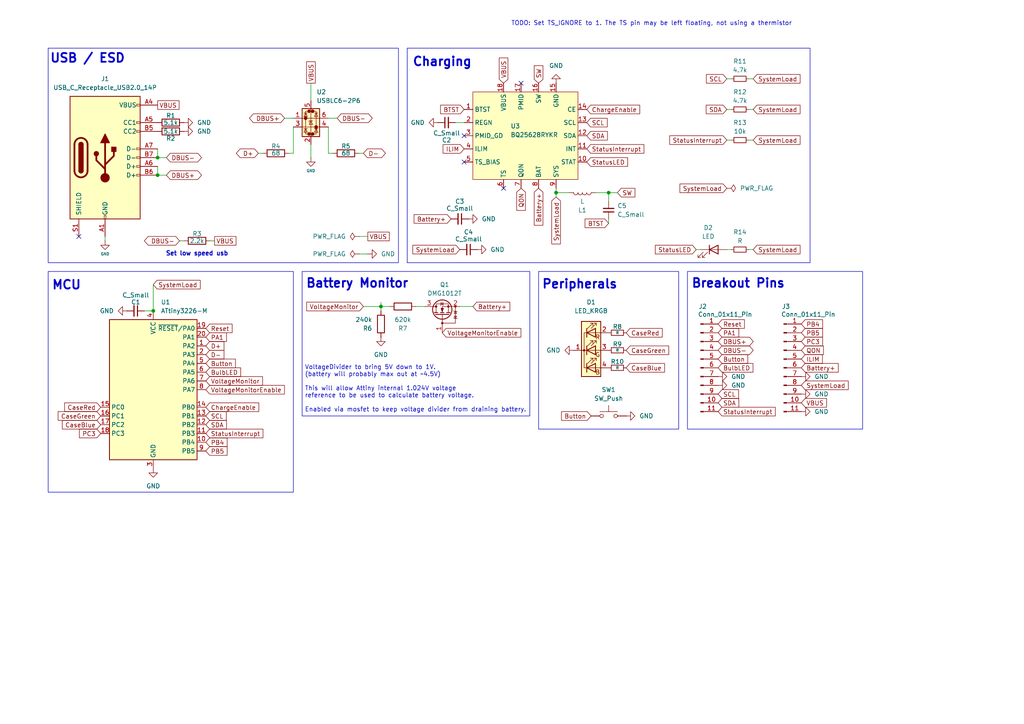
<source format=kicad_sch>
(kicad_sch (version 20231120) (generator "eeschema") (generator_version "8.0")
  (paper "A4")
  (lib_symbols
    (symbol "BatteryExperimentPCB:BQ25628RYKR"
      (property "Reference" "U" (at 16.764 -12.446 0))
      (property "Value" "BQ25628RYKR" (at 16.51 -9.144 0))
      (symbol "BQ25628RYKR_1_1"
        (rectangle (start 0 0) (end 30.48 -25.4) (fill (type background)))
        (pin passive line (at -2.54 -5.08 0) (length 2.54) (name "BTST") (number "1"))
        (pin passive line (at 33.02 -20.32 180) (length 2.54) (name "STAT") (number "10"))
        (pin passive line (at 33.02 -16.51 180) (length 2.54) (name "INT") (number "11"))
        (pin passive line (at 33.02 -12.7 180) (length 2.54) (name "SDA") (number "12"))
        (pin passive line (at 33.02 -8.89 180) (length 2.54) (name "SCL") (number "13"))
        (pin passive line (at 33.02 -5.08 180) (length 2.54) (name "CE") (number "14"))
        (pin passive line (at 24.13 2.54 270) (length 2.54) (name "GND") (number "15"))
        (pin passive line (at 19.05 2.54 270) (length 2.54) (name "SW") (number "16"))
        (pin passive line (at 13.97 2.54 270) (length 2.54) (name "PMID") (number "17"))
        (pin passive line (at 8.89 2.54 270) (length 2.54) (name "VBUS") (number "18"))
        (pin passive line (at -2.54 -8.89 0) (length 2.54) (name "REGN") (number "2"))
        (pin passive line (at -2.54 -12.7 0) (length 2.54) (name "PMID_GD") (number "3"))
        (pin passive line (at -2.54 -16.51 0) (length 2.54) (name "ILIM") (number "4"))
        (pin passive line (at -2.54 -20.32 0) (length 2.54) (name "TS_BIAS") (number "5"))
        (pin passive line (at 8.89 -27.94 90) (length 2.54) (name "TS") (number "6"))
        (pin passive line (at 13.97 -27.94 90) (length 2.54) (name "QON") (number "7"))
        (pin passive line (at 19.05 -27.94 90) (length 2.54) (name "BAT") (number "8"))
        (pin passive line (at 24.13 -27.94 90) (length 2.54) (name "SYS") (number "9"))
      )
    )
    (symbol "Connector:Conn_01x11_Pin" (pin_names (offset 1.016) hide)
      (property "Reference" "J" (at 0 15.24 0))
      (property "Value" "Conn_01x11_Pin" (at 0 -15.24 0))
      (symbol "Conn_01x11_Pin_1_1"
        (polyline (pts (xy 1.27 -12.7) (xy 0.8636 -12.7)) (stroke (width 0.1524)))
        (polyline (pts (xy 1.27 -10.16) (xy 0.8636 -10.16)) (stroke (width 0.1524)))
        (polyline (pts (xy 1.27 -7.62) (xy 0.8636 -7.62)) (stroke (width 0.1524)))
        (polyline (pts (xy 1.27 -5.08) (xy 0.8636 -5.08)) (stroke (width 0.1524)))
        (polyline (pts (xy 1.27 -2.54) (xy 0.8636 -2.54)) (stroke (width 0.1524)))
        (polyline (pts (xy 1.27 0) (xy 0.8636 0)) (stroke (width 0.1524)))
        (polyline (pts (xy 1.27 2.54) (xy 0.8636 2.54)) (stroke (width 0.1524)))
        (polyline (pts (xy 1.27 5.08) (xy 0.8636 5.08)) (stroke (width 0.1524)))
        (polyline (pts (xy 1.27 7.62) (xy 0.8636 7.62)) (stroke (width 0.1524)))
        (polyline (pts (xy 1.27 10.16) (xy 0.8636 10.16)) (stroke (width 0.1524)))
        (polyline (pts (xy 1.27 12.7) (xy 0.8636 12.7)) (stroke (width 0.1524)))
        (rectangle (start 0.8636 -12.573) (end 0 -12.827) (stroke (width 0.1524)) (fill (type outline)))
        (rectangle (start 0.8636 -10.033) (end 0 -10.287) (stroke (width 0.1524)) (fill (type outline)))
        (rectangle (start 0.8636 -7.493) (end 0 -7.747) (stroke (width 0.1524)) (fill (type outline)))
        (rectangle (start 0.8636 -4.953) (end 0 -5.207) (stroke (width 0.1524)) (fill (type outline)))
        (rectangle (start 0.8636 -2.413) (end 0 -2.667) (stroke (width 0.1524)) (fill (type outline)))
        (rectangle (start 0.8636 0.127) (end 0 -0.127) (stroke (width 0.1524)) (fill (type outline)))
        (rectangle (start 0.8636 2.667) (end 0 2.413) (stroke (width 0.1524)) (fill (type outline)))
        (rectangle (start 0.8636 5.207) (end 0 4.953) (stroke (width 0.1524)) (fill (type outline)))
        (rectangle (start 0.8636 7.747) (end 0 7.493) (stroke (width 0.1524)) (fill (type outline)))
        (rectangle (start 0.8636 10.287) (end 0 10.033) (stroke (width 0.1524)) (fill (type outline)))
        (rectangle (start 0.8636 12.827) (end 0 12.573) (stroke (width 0.1524)) (fill (type outline)))
        (pin passive line (at 5.08 12.7 180) (length 3.81) (name "Pin_1") (number "1"))
        (pin passive line (at 5.08 -10.16 180) (length 3.81) (name "Pin_10") (number "10"))
        (pin passive line (at 5.08 -12.7 180) (length 3.81) (name "Pin_11") (number "11"))
        (pin passive line (at 5.08 10.16 180) (length 3.81) (name "Pin_2") (number "2"))
        (pin passive line (at 5.08 7.62 180) (length 3.81) (name "Pin_3") (number "3"))
        (pin passive line (at 5.08 5.08 180) (length 3.81) (name "Pin_4") (number "4"))
        (pin passive line (at 5.08 2.54 180) (length 3.81) (name "Pin_5") (number "5"))
        (pin passive line (at 5.08 0 180) (length 3.81) (name "Pin_6") (number "6"))
        (pin passive line (at 5.08 -2.54 180) (length 3.81) (name "Pin_7") (number "7"))
        (pin passive line (at 5.08 -5.08 180) (length 3.81) (name "Pin_8") (number "8"))
        (pin passive line (at 5.08 -7.62 180) (length 3.81) (name "Pin_9") (number "9"))
      )
    )
    (symbol "Connector:USB_C_Receptacle_USB2.0_14P" (pin_names (offset 1.016))
      (property "Reference" "J" (at 0 22.225 0))
      (property "Value" "USB_C_Receptacle_USB2.0_14P" (at 0 19.685 0))
      (symbol "USB_C_Receptacle_USB2.0_14P_0_0"
        (rectangle (start -0.254 -17.78) (end 0.254 -16.764))
        (rectangle (start 10.16 -4.826) (end 9.144 -5.334))
        (rectangle (start 10.16 -2.286) (end 9.144 -2.794))
        (rectangle (start 10.16 0.254) (end 9.144 -0.254))
        (rectangle (start 10.16 2.794) (end 9.144 2.286))
        (rectangle (start 10.16 7.874) (end 9.144 7.366))
        (rectangle (start 10.16 10.414) (end 9.144 9.906))
        (rectangle (start 10.16 15.494) (end 9.144 14.986))
      )
      (symbol "USB_C_Receptacle_USB2.0_14P_0_1"
        (rectangle (start -10.16 17.78) (end 10.16 -17.78) (stroke (width 0.254)) (fill (type background)))
        (arc (start -8.89 -3.81) (mid -6.985 -5.7067) (end -5.08 -3.81) (stroke (width 0.508)))
        (arc (start -7.62 -3.81) (mid -6.985 -4.4423) (end -6.35 -3.81) (stroke (width 0.254)))
        (arc (start -7.62 -3.81) (mid -6.985 -4.4423) (end -6.35 -3.81) (stroke (width 0.254)) (fill (type outline)))
        (rectangle (start -7.62 -3.81) (end -6.35 3.81) (stroke (width 0.254)) (fill (type outline)))
        (arc (start -6.35 3.81) (mid -6.985 4.4423) (end -7.62 3.81) (stroke (width 0.254)))
        (arc (start -6.35 3.81) (mid -6.985 4.4423) (end -7.62 3.81) (stroke (width 0.254)) (fill (type outline)))
        (arc (start -5.08 3.81) (mid -6.985 5.7067) (end -8.89 3.81) (stroke (width 0.508)))
        (circle (center -2.54 1.143) (radius 0.635) (stroke (width 0.254)) (fill (type outline)))
        (circle (center 0 -5.842) (radius 1.27) (fill (type outline)))
        (polyline (pts (xy -8.89 -3.81) (xy -8.89 3.81)) (stroke (width 0.508)))
        (polyline (pts (xy -5.08 3.81) (xy -5.08 -3.81)) (stroke (width 0.508)))
        (polyline (pts (xy 0 -5.842) (xy 0 4.318)) (stroke (width 0.508)))
        (polyline (pts (xy 0 -3.302) (xy -2.54 -0.762) (xy -2.54 0.508)) (stroke (width 0.508)))
        (polyline (pts (xy 0 -2.032) (xy 2.54 0.508) (xy 2.54 1.778)) (stroke (width 0.508)))
        (polyline (pts (xy -1.27 4.318) (xy 0 6.858) (xy 1.27 4.318) (xy -1.27 4.318)) (stroke (width 0.254)) (fill (type outline)))
        (rectangle (start 1.905 1.778) (end 3.175 3.048) (stroke (width 0.254)) (fill (type outline)))
      )
      (symbol "USB_C_Receptacle_USB2.0_14P_1_1"
        (pin passive line (at 0 -22.86 90) (length 5.08) (name "GND") (number "A1"))
        (pin passive line (at 0 -22.86 90) (length 5.08) hide (name "GND") (number "A12"))
        (pin passive line (at 15.24 15.24 180) (length 5.08) (name "VBUS") (number "A4"))
        (pin bidirectional line (at 15.24 10.16 180) (length 5.08) (name "CC1") (number "A5"))
        (pin bidirectional line (at 15.24 -2.54 180) (length 5.08) (name "D+") (number "A6"))
        (pin bidirectional line (at 15.24 2.54 180) (length 5.08) (name "D-") (number "A7"))
        (pin passive line (at 15.24 15.24 180) (length 5.08) hide (name "VBUS") (number "A9"))
        (pin passive line (at 0 -22.86 90) (length 5.08) hide (name "GND") (number "B1"))
        (pin passive line (at 0 -22.86 90) (length 5.08) hide (name "GND") (number "B12"))
        (pin passive line (at 15.24 15.24 180) (length 5.08) hide (name "VBUS") (number "B4"))
        (pin bidirectional line (at 15.24 7.62 180) (length 5.08) (name "CC2") (number "B5"))
        (pin bidirectional line (at 15.24 -5.08 180) (length 5.08) (name "D+") (number "B6"))
        (pin bidirectional line (at 15.24 0 180) (length 5.08) (name "D-") (number "B7"))
        (pin passive line (at 15.24 15.24 180) (length 5.08) hide (name "VBUS") (number "B9"))
        (pin passive line (at -7.62 -22.86 90) (length 5.08) (name "SHIELD") (number "S1"))
      )
    )
    (symbol "Device:C_Small" (pin_numbers hide) (pin_names (offset 0.254) hide)
      (property "Reference" "C" (at 0.254 1.778 0))
      (property "Value" "C_Small" (at 0.254 -2.032 0))
      (symbol "C_Small_0_1"
        (polyline (pts (xy -1.524 -0.508) (xy 1.524 -0.508)) (stroke (width 0.3302)))
        (polyline (pts (xy -1.524 0.508) (xy 1.524 0.508)) (stroke (width 0.3048)))
      )
      (symbol "C_Small_1_1"
        (pin passive line (at 0 2.54 270) (length 2.032) (name "~") (number "1"))
        (pin passive line (at 0 -2.54 90) (length 2.032) (name "~") (number "2"))
      )
    )
    (symbol "Device:L" (pin_numbers hide) (pin_names (offset 1.016) hide)
      (property "Reference" "L" (at -1.27 0 90))
      (property "Value" "L" (at 1.905 0 90))
      (symbol "L_0_1"
        (arc (start 0 -2.54) (mid 0.6323 -1.905) (end 0 -1.27))
        (arc (start 0 -1.27) (mid 0.6323 -0.635) (end 0 0))
        (arc (start 0 0) (mid 0.6323 0.635) (end 0 1.27))
        (arc (start 0 1.27) (mid 0.6323 1.905) (end 0 2.54))
      )
      (symbol "L_1_1"
        (pin passive line (at 0 3.81 270) (length 1.27) (name "1") (number "1"))
        (pin passive line (at 0 -3.81 90) (length 1.27) (name "2") (number "2"))
      )
    )
    (symbol "Device:LED" (pin_numbers hide) (pin_names (offset 1.016) hide)
      (property "Reference" "D" (at 0 2.54 0))
      (property "Value" "LED" (at 0 -2.54 0))
      (symbol "LED_0_1"
        (polyline (pts (xy -1.27 -1.27) (xy -1.27 1.27)) (stroke (width 0.254)))
        (polyline (pts (xy -1.27 0) (xy 1.27 0)))
        (polyline (pts (xy 1.27 -1.27) (xy 1.27 1.27) (xy -1.27 0) (xy 1.27 -1.27)) (stroke (width 0.254)))
        (polyline (pts (xy -3.048 -0.762) (xy -4.572 -2.286) (xy -3.81 -2.286) (xy -4.572 -2.286) (xy -4.572 -1.524)))
        (polyline (pts (xy -1.778 -0.762) (xy -3.302 -2.286) (xy -2.54 -2.286) (xy -3.302 -2.286) (xy -3.302 -1.524)))
      )
      (symbol "LED_1_1"
        (pin passive line (at -3.81 0 0) (length 2.54) (name "K") (number "1"))
        (pin passive line (at 3.81 0 180) (length 2.54) (name "A") (number "2"))
      )
    )
    (symbol "Device:LED_KRGB" (pin_names (offset 0) hide)
      (property "Reference" "D" (at 0 9.398 0))
      (property "Value" "LED_KRGB" (at 0 -8.89 0))
      (symbol "LED_KRGB_0_0"
        (text "B" (at 1.905 -6.35 0) (effects (font (size 1.27 1.27))))
        (text "G" (at 1.905 -1.27 0) (effects (font (size 1.27 1.27))))
        (text "R" (at 1.905 3.81 0) (effects (font (size 1.27 1.27))))
      )
      (symbol "LED_KRGB_0_1"
        (circle (center -2.032 0) (radius 0.254) (fill (type outline)))
        (polyline (pts (xy -1.27 -5.08) (xy 1.27 -5.08)))
        (polyline (pts (xy -1.27 -3.81) (xy -1.27 -6.35)) (stroke (width 0.254)))
        (polyline (pts (xy -1.27 0) (xy -2.54 0)))
        (polyline (pts (xy -1.27 1.27) (xy -1.27 -1.27)) (stroke (width 0.254)))
        (polyline (pts (xy -1.27 5.08) (xy 1.27 5.08)))
        (polyline (pts (xy -1.27 6.35) (xy -1.27 3.81)) (stroke (width 0.254)))
        (polyline (pts (xy 1.27 -5.08) (xy 2.54 -5.08)))
        (polyline (pts (xy 1.27 0) (xy -1.27 0)))
        (polyline (pts (xy 1.27 0) (xy 2.54 0)))
        (polyline (pts (xy 1.27 5.08) (xy 2.54 5.08)))
        (polyline (pts (xy -1.27 1.27) (xy -1.27 -1.27) (xy -1.27 -1.27)))
        (polyline (pts (xy -1.27 6.35) (xy -1.27 3.81) (xy -1.27 3.81)))
        (polyline (pts (xy -1.27 5.08) (xy -2.032 5.08) (xy -2.032 -5.08) (xy -1.016 -5.08)))
        (polyline (pts (xy 1.27 -3.81) (xy 1.27 -6.35) (xy -1.27 -5.08) (xy 1.27 -3.81)) (stroke (width 0.254)))
        (polyline (pts (xy 1.27 1.27) (xy 1.27 -1.27) (xy -1.27 0) (xy 1.27 1.27)) (stroke (width 0.254)))
        (polyline (pts (xy 1.27 6.35) (xy 1.27 3.81) (xy -1.27 5.08) (xy 1.27 6.35)) (stroke (width 0.254)))
        (polyline (pts (xy -1.016 -3.81) (xy 0.508 -2.286) (xy -0.254 -2.286) (xy 0.508 -2.286) (xy 0.508 -3.048)))
        (polyline (pts (xy -1.016 1.27) (xy 0.508 2.794) (xy -0.254 2.794) (xy 0.508 2.794) (xy 0.508 2.032)))
        (polyline (pts (xy -1.016 6.35) (xy 0.508 7.874) (xy -0.254 7.874) (xy 0.508 7.874) (xy 0.508 7.112)))
        (polyline (pts (xy 0 -3.81) (xy 1.524 -2.286) (xy 0.762 -2.286) (xy 1.524 -2.286) (xy 1.524 -3.048)))
        (polyline (pts (xy 0 1.27) (xy 1.524 2.794) (xy 0.762 2.794) (xy 1.524 2.794) (xy 1.524 2.032)))
        (polyline (pts (xy 0 6.35) (xy 1.524 7.874) (xy 0.762 7.874) (xy 1.524 7.874) (xy 1.524 7.112)))
        (rectangle (start 1.27 -1.27) (end 1.27 1.27))
        (rectangle (start 1.27 1.27) (end 1.27 1.27))
        (rectangle (start 1.27 3.81) (end 1.27 6.35))
        (rectangle (start 1.27 6.35) (end 1.27 6.35))
        (rectangle (start 2.794 8.382) (end -2.794 -7.62) (stroke (width 0.254)) (fill (type background)))
      )
      (symbol "LED_KRGB_1_1"
        (pin passive line (at -5.08 0 0) (length 2.54) (name "K") (number "1"))
        (pin passive line (at 5.08 5.08 180) (length 2.54) (name "RA") (number "2"))
        (pin passive line (at 5.08 0 180) (length 2.54) (name "GA") (number "3"))
        (pin passive line (at 5.08 -5.08 180) (length 2.54) (name "BA") (number "4"))
      )
    )
    (symbol "Device:R" (pin_numbers hide) (pin_names (offset 0))
      (property "Reference" "R" (at 2.032 0 90))
      (property "Value" "R" (at 0 0 90))
      (symbol "R_0_1"
        (rectangle (start -1.016 -2.54) (end 1.016 2.54) (stroke (width 0.254)))
      )
      (symbol "R_1_1"
        (pin passive line (at 0 3.81 270) (length 1.27) (name "~") (number "1"))
        (pin passive line (at 0 -3.81 90) (length 1.27) (name "~") (number "2"))
      )
    )
    (symbol "Device:R_Small" (pin_numbers hide) (pin_names (offset 0.254) hide)
      (property "Reference" "R" (at 0.762 0.508 0))
      (property "Value" "R_Small" (at 0.762 -1.016 0))
      (symbol "R_Small_0_1"
        (rectangle (start -0.762 1.778) (end 0.762 -1.778) (stroke (width 0.2032)))
      )
      (symbol "R_Small_1_1"
        (pin passive line (at 0 2.54 270) (length 0.762) (name "~") (number "1"))
        (pin passive line (at 0 -2.54 90) (length 0.762) (name "~") (number "2"))
      )
    )
    (symbol "MCU_Microchip_ATtiny:ATtiny3226-M"
      (property "Reference" "U" (at -12.7 21.59 0))
      (property "Value" "ATtiny3226-M" (at 2.54 -21.59 0))
      (symbol "ATtiny3226-M_0_1"
        (rectangle (start -12.7 -20.32) (end 12.7 20.32) (stroke (width 0.254)) (fill (type background)))
      )
      (symbol "ATtiny3226-M_1_1"
        (pin bidirectional line (at 15.24 12.7 180) (length 2.54) (name "PA2") (number "1"))
        (pin bidirectional line (at 15.24 -15.24 180) (length 2.54) (name "PB4") (number "10"))
        (pin bidirectional line (at 15.24 -12.7 180) (length 2.54) (name "PB3") (number "11"))
        (pin bidirectional line (at 15.24 -10.16 180) (length 2.54) (name "PB2") (number "12"))
        (pin bidirectional line (at 15.24 -7.62 180) (length 2.54) (name "PB1") (number "13"))
        (pin bidirectional line (at 15.24 -5.08 180) (length 2.54) (name "PB0") (number "14"))
        (pin bidirectional line (at -15.24 -5.08 0) (length 2.54) (name "PC0") (number "15"))
        (pin bidirectional line (at -15.24 -7.62 0) (length 2.54) (name "PC1") (number "16"))
        (pin bidirectional line (at -15.24 -10.16 0) (length 2.54) (name "PC2") (number "17"))
        (pin bidirectional line (at -15.24 -12.7 0) (length 2.54) (name "PC3") (number "18"))
        (pin bidirectional line (at 15.24 17.78 180) (length 2.54) (name "~{RESET}/PA0") (number "19"))
        (pin bidirectional line (at 15.24 10.16 180) (length 2.54) (name "PA3") (number "2"))
        (pin bidirectional line (at 15.24 15.24 180) (length 2.54) (name "PA1") (number "20"))
        (pin passive line (at 0 -22.86 90) (length 2.54) hide (name "GND") (number "21"))
        (pin power_in line (at 0 -22.86 90) (length 2.54) (name "GND") (number "3"))
        (pin power_in line (at 0 22.86 270) (length 2.54) (name "VCC") (number "4"))
        (pin bidirectional line (at 15.24 7.62 180) (length 2.54) (name "PA4") (number "5"))
        (pin bidirectional line (at 15.24 5.08 180) (length 2.54) (name "PA5") (number "6"))
        (pin bidirectional line (at 15.24 2.54 180) (length 2.54) (name "PA6") (number "7"))
        (pin bidirectional line (at 15.24 0 180) (length 2.54) (name "PA7") (number "8"))
        (pin bidirectional line (at 15.24 -17.78 180) (length 2.54) (name "PB5") (number "9"))
      )
    )
    (symbol "Power_Protection:USBLC6-2P6" (pin_names hide)
      (property "Reference" "U" (at 0.635 5.715 0))
      (property "Value" "USBLC6-2P6" (at 0.635 3.81 0))
      (symbol "USBLC6-2P6_0_0"
        (circle (center -1.524 0) (radius 0.0001) (stroke (width 0.508)))
        (circle (center -0.508 -4.572) (radius 0.0001) (stroke (width 0.508)))
        (circle (center -0.508 2.032) (radius 0.0001) (stroke (width 0.508)))
        (circle (center 0.508 -4.572) (radius 0.0001) (stroke (width 0.508)))
        (circle (center 0.508 2.032) (radius 0.0001) (stroke (width 0.508)))
        (circle (center 1.524 -2.54) (radius 0.0001) (stroke (width 0.508)))
      )
      (symbol "USBLC6-2P6_0_1"
        (polyline (pts (xy -2.54 -2.54) (xy 2.54 -2.54)))
        (polyline (pts (xy -2.54 0) (xy 2.54 0)))
        (polyline (pts (xy -2.032 -3.048) (xy -1.016 -3.048)))
        (polyline (pts (xy -1.016 1.524) (xy -2.032 1.524)))
        (polyline (pts (xy 1.016 -3.048) (xy 2.032 -3.048)))
        (polyline (pts (xy 1.016 1.524) (xy 2.032 1.524)))
        (polyline (pts (xy -0.508 -1.143) (xy -0.508 -0.762) (xy 0.508 -0.762)))
        (polyline (pts (xy -2.032 0.508) (xy -1.016 0.508) (xy -1.524 1.524) (xy -2.032 0.508)))
        (polyline (pts (xy -1.016 -4.064) (xy -2.032 -4.064) (xy -1.524 -3.048) (xy -1.016 -4.064)))
        (polyline (pts (xy 0.508 -1.778) (xy -0.508 -1.778) (xy 0 -0.762) (xy 0.508 -1.778)))
        (polyline (pts (xy 2.032 -4.064) (xy 1.016 -4.064) (xy 1.524 -3.048) (xy 2.032 -4.064)))
        (polyline (pts (xy 2.032 0.508) (xy 1.016 0.508) (xy 1.524 1.524) (xy 2.032 0.508)))
        (polyline (pts (xy 0 2.54) (xy -0.508 2.032) (xy 0.508 2.032) (xy 0 1.524) (xy 0 -4.064) (xy -0.508 -4.572) (xy 0.508 -4.572) (xy 0 -5.08)))
      )
      (symbol "USBLC6-2P6_1_1"
        (rectangle (start -2.54 2.794) (end 2.54 -5.334) (stroke (width 0.254)) (fill (type background)))
        (polyline (pts (xy -0.508 2.032) (xy -1.524 2.032) (xy -1.524 -4.572) (xy -0.508 -4.572)))
        (polyline (pts (xy 0.508 -4.572) (xy 1.524 -4.572) (xy 1.524 2.032) (xy 0.508 2.032)))
        (pin passive line (at -5.08 0 0) (length 2.54) (name "I/O1") (number "1"))
        (pin passive line (at 0 -7.62 90) (length 2.54) (name "GND") (number "2"))
        (pin passive line (at -5.08 -2.54 0) (length 2.54) (name "I/O2") (number "3"))
        (pin passive line (at 5.08 -2.54 180) (length 2.54) (name "I/O2") (number "4"))
        (pin passive line (at 0 5.08 270) (length 2.54) (name "VBUS") (number "5"))
        (pin passive line (at 5.08 0 180) (length 2.54) (name "I/O1") (number "6"))
      )
    )
    (symbol "Switch:SW_Push" (pin_numbers hide) (pin_names (offset 1.016) hide)
      (property "Reference" "SW" (at 1.27 2.54 0))
      (property "Value" "SW_Push" (at 0 -1.524 0))
      (symbol "SW_Push_0_1"
        (circle (center -2.032 0) (radius 0.508))
        (polyline (pts (xy 0 1.27) (xy 0 3.048)))
        (polyline (pts (xy 2.54 1.27) (xy -2.54 1.27)))
        (circle (center 2.032 0) (radius 0.508))
        (pin passive line (at -5.08 0 0) (length 2.54) (name "1") (number "1"))
        (pin passive line (at 5.08 0 180) (length 2.54) (name "2") (number "2"))
      )
    )
    (symbol "Transistor_FET:DMG1012T" (pin_names (offset 0) hide)
      (property "Reference" "Q" (at 5.08 1.905 0))
      (property "Value" "DMG1012T" (at 5.08 0 0))
      (symbol "DMG1012T_0_1"
        (polyline (pts (xy 2.54 -3.81) (xy -2.286 -3.81) (xy -2.286 0)))
      )
      (symbol "DMG1012T_1_1"
        (circle (center -2.286 0) (radius 0.254) (fill (type outline)))
        (polyline (pts (xy 0.254 0) (xy -2.54 0)))
        (polyline (pts (xy 0.254 1.905) (xy 0.254 -1.905)) (stroke (width 0.254)))
        (polyline (pts (xy 0.762 -1.27) (xy 0.762 -2.286)) (stroke (width 0.254)))
        (polyline (pts (xy 0.762 0.508) (xy 0.762 -0.508)) (stroke (width 0.254)))
        (polyline (pts (xy 0.762 2.286) (xy 0.762 1.27)) (stroke (width 0.254)))
        (polyline (pts (xy 2.54 2.54) (xy 2.54 1.778)))
        (polyline (pts (xy 2.54 -2.54) (xy 2.54 0) (xy 0.762 0)))
        (polyline (pts (xy -1.016 -4.318) (xy -0.889 -4.191) (xy -0.889 -3.429) (xy -0.762 -3.302)))
        (polyline (pts (xy -0.889 -3.81) (xy -0.254 -4.191) (xy -0.254 -3.429) (xy -0.889 -3.81)))
        (polyline (pts (xy 0.762 -1.778) (xy 3.302 -1.778) (xy 3.302 1.778) (xy 0.762 1.778)))
        (polyline (pts (xy 1.016 0) (xy 2.032 0.381) (xy 2.032 -0.381) (xy 1.016 0)) (fill (type outline)))
        (polyline (pts (xy 1.143 -3.81) (xy 0.508 -3.429) (xy 0.508 -4.191) (xy 1.143 -3.81)))
        (polyline (pts (xy 1.27 -3.302) (xy 1.143 -3.429) (xy 1.143 -4.191) (xy 1.016 -4.318)))
        (polyline (pts (xy 2.794 0.508) (xy 2.921 0.381) (xy 3.683 0.381) (xy 3.81 0.254)))
        (polyline (pts (xy 3.302 0.381) (xy 2.921 -0.254) (xy 3.683 -0.254) (xy 3.302 0.381)))
        (circle (center 1.651 0) (radius 2.794) (stroke (width 0.254)))
        (circle (center 2.54 -3.81) (radius 0.254) (fill (type outline)))
        (circle (center 2.54 -1.778) (radius 0.254) (fill (type outline)))
        (circle (center 2.54 1.778) (radius 0.254) (fill (type outline)))
        (pin input line (at -5.08 0 0) (length 2.54) (name "G") (number "1"))
        (pin passive line (at 2.54 -5.08 90) (length 2.54) (name "S") (number "2"))
        (pin passive line (at 2.54 5.08 270) (length 2.54) (name "D") (number "3"))
      )
    )
    (symbol "power:GND" (power) (pin_numbers hide) (pin_names (offset 0) hide)
      (property "Value" "GND" (at 0 -3.81 0))
      (symbol "GND_0_1"
        (polyline (pts (xy 0 0) (xy 0 -1.27) (xy 1.27 -1.27) (xy 0 -2.54) (xy -1.27 -1.27) (xy 0 -1.27)))
      )
      (symbol "GND_1_1"
        (pin power_in line (at 0 0 270) (length 0) (name "~") (number "1"))
      )
    )
    (symbol "power:PWR_FLAG" (power) (pin_numbers hide) (pin_names (offset 0) hide)
      (property "Value" "PWR_FLAG" (at 0 3.81 0))
      (symbol "PWR_FLAG_0_0"
        (pin power_out line (at 0 0 90) (length 0) (name "~") (number "1"))
      )
      (symbol "PWR_FLAG_0_1"
        (polyline (pts (xy 0 0) (xy 0 1.27) (xy -1.016 1.905) (xy 0 2.54) (xy 1.016 1.905) (xy 0 1.27)))
      )
    )
  )
  (junction (at 176.53 55.88))
  (junction (at 45.72 50.8))
  (junction (at 110.49 88.9))
  (junction (at 44.45 90.17))
  (junction (at 45.72 45.72))
  (junction (at 161.29 55.88))
  (no_connect (at 22.86 68.58))
  (no_connect (at 151.13 24.13))
  (no_connect (at 134.62 39.37))
  (no_connect (at 146.05 54.61))
  (no_connect (at 134.62 46.99))
  (wire (pts (xy 161.29 54.61) (xy 161.29 55.88)))
  (wire (pts (xy 110.49 88.9) (xy 113.03 88.9)))
  (wire (pts (xy 217.17 40.64) (xy 218.44 40.64)))
  (wire (pts (xy 217.17 22.86) (xy 218.44 22.86)))
  (wire (pts (xy 45.72 50.8) (xy 48.26 50.8)))
  (wire (pts (xy 120.65 88.9) (xy 123.19 88.9)))
  (wire (pts (xy 44.45 82.55) (xy 44.45 90.17)))
  (wire (pts (xy 161.29 55.88) (xy 165.1 55.88)))
  (wire (pts (xy 210.82 31.75) (xy 212.09 31.75)))
  (wire (pts (xy 217.17 31.75) (xy 218.44 31.75)))
  (wire (pts (xy 52.07 69.85) (xy 53.34 69.85)))
  (wire (pts (xy 85.09 34.29) (xy 82.55 34.29)))
  (wire (pts (xy 110.49 88.9) (xy 105.41 88.9)))
  (wire (pts (xy 210.82 22.86) (xy 212.09 22.86)))
  (wire (pts (xy 83.82 44.45) (xy 85.09 44.45)))
  (wire (pts (xy 210.82 40.64) (xy 212.09 40.64)))
  (wire (pts (xy 45.72 48.26) (xy 45.72 50.8)))
  (wire (pts (xy 85.09 44.45) (xy 85.09 36.83)))
  (wire (pts (xy 104.14 44.45) (xy 105.41 44.45)))
  (wire (pts (xy 217.17 72.39) (xy 218.44 72.39)))
  (wire (pts (xy 104.14 68.58) (xy 106.68 68.58)))
  (wire (pts (xy 74.93 44.45) (xy 76.2 44.45)))
  (wire (pts (xy 110.49 87.63) (xy 110.49 88.9)))
  (wire (pts (xy 60.96 69.85) (xy 62.23 69.85)))
  (wire (pts (xy 45.72 45.72) (xy 48.26 45.72)))
  (wire (pts (xy 161.29 55.88) (xy 161.29 57.15)))
  (wire (pts (xy 176.53 55.88) (xy 179.07 55.88)))
  (wire (pts (xy 212.09 72.39) (xy 210.82 72.39)))
  (wire (pts (xy 201.93 72.39) (xy 203.2 72.39)))
  (wire (pts (xy 176.53 63.5) (xy 176.53 64.77)))
  (wire (pts (xy 30.48 68.58) (xy 30.48 69.85)))
  (wire (pts (xy 41.91 90.17) (xy 44.45 90.17)))
  (wire (pts (xy 95.25 44.45) (xy 95.25 36.83)))
  (wire (pts (xy 176.53 55.88) (xy 176.53 58.42)))
  (wire (pts (xy 104.14 73.66) (xy 106.68 73.66)))
  (wire (pts (xy 95.25 34.29) (xy 97.79 34.29)))
  (wire (pts (xy 90.17 41.91) (xy 90.17 45.72)))
  (wire (pts (xy 172.72 55.88) (xy 176.53 55.88)))
  (wire (pts (xy 95.25 44.45) (xy 96.52 44.45)))
  (wire (pts (xy 90.17 24.13) (xy 90.17 29.21)))
  (wire (pts (xy 45.72 43.18) (xy 45.72 45.72)))
  (wire (pts (xy 133.35 88.9) (xy 137.16 88.9)))
  (wire (pts (xy 132.08 35.56) (xy 134.62 35.56)))
  (wire (pts (xy 110.49 88.9) (xy 110.49 90.17)))
  (rectangle (start 199.39 78.74) (end 250.19 124.46))
  (rectangle (start 118.11 13.97) (end 234.95 76.2))
  (rectangle (start 13.97 78.74) (end 85.09 142.748))
  (rectangle (start 87.63 78.74) (end 153.67 120.65))
  (rectangle (start 156.21 78.74) (end 196.85 124.46))
  (rectangle (start 13.97 13.97) (end 115.57 76.2))
  (text "Peripherals" (at 168.148 82.55 0) (effects (font (size 2.54 2.54) (bold yes))))
  (text "Set low speed usb" (at 57.15 73.66 0) (effects (font (size 1.27 1.27) (bold yes))))
  (text "TODO: Set TS_IGNORE to 1. The TS pin may be left floating, not using a thermistor" (at 188.976 6.858 0) (effects (font (size 1.27 1.27))))
  (text "USB / ESD" (at 25.4 17.018 0) (effects (font (size 2.54 2.54) (thickness 0.508) (bold yes))))
  (text "MCU" (at 19.304 82.804 0) (effects (font (size 2.54 2.54) (thickness 0.508) (bold yes))))
  (text "VoltageDivider to bring 5V down to 1V.\n(battery will probably max out at ~4.5V)\n\nThis will allow Attiny internal 1.024V voltage\nreference to be used to calculate battery voltage.\n\nEnabled via mosfet to keep voltage divider from draining battery." (at 88.392 112.776 0) (effects (font (size 1.27 1.27)) (justify left)))
  (text "Charging" (at 128.27 18.034 0) (effects (font (size 2.54 2.54) (thickness 0.508) (bold yes))))
  (text "Breakout Pins" (at 214.122 82.296 0) (effects (font (size 2.54 2.54) (thickness 0.508) (bold yes))))
  (text "Battery Monitor" (at 103.632 82.296 0) (effects (font (size 2.54 2.54) (thickness 0.508) (bold yes))))
  (global_label "Button" (shape input) (at 59.69 105.41 0) (property "Intersheetrefs" "${INTERSHEET_REFS}" (effects (hide yes))))
  (global_label "CaseRed" (shape input) (at 29.21 118.11 180) (property "Intersheetrefs" "${INTERSHEET_REFS}" (effects (hide yes))))
  (global_label "Button" (shape input) (at 171.45 120.65 180) (property "Intersheetrefs" "${INTERSHEET_REFS}" (effects (hide yes))))
  (global_label "SW" (shape input) (at 179.07 55.88 0) (property "Intersheetrefs" "${INTERSHEET_REFS}" (effects (hide yes))))
  (global_label "SDA" (shape input) (at 170.18 39.37 0) (property "Intersheetrefs" "${INTERSHEET_REFS}" (effects (hide yes))))
  (global_label "DBUS-" (shape bidirectional) (at 52.07 69.85 180) (property "Intersheetrefs" "${INTERSHEET_REFS}" (effects (hide yes))))
  (global_label "Reset" (shape input) (at 208.28 93.98 0) (property "Intersheetrefs" "${INTERSHEET_REFS}" (effects (hide yes))))
  (global_label "CaseGreen" (shape input) (at 181.61 101.6 0) (property "Intersheetrefs" "${INTERSHEET_REFS}" (effects (hide yes))))
  (global_label "ILIM" (shape input) (at 232.41 104.14 0) (property "Intersheetrefs" "${INTERSHEET_REFS}" (effects (hide yes))))
  (global_label "PC3" (shape input) (at 29.21 125.73 180) (property "Intersheetrefs" "${INTERSHEET_REFS}" (effects (hide yes))))
  (global_label "SCL" (shape input) (at 59.69 120.65 0) (property "Intersheetrefs" "${INTERSHEET_REFS}" (effects (hide yes))))
  (global_label "CaseBlue" (shape input) (at 29.21 123.19 180) (property "Intersheetrefs" "${INTERSHEET_REFS}" (effects (hide yes))))
  (global_label "D+" (shape bidirectional) (at 74.93 44.45 180) (property "Intersheetrefs" "${INTERSHEET_REFS}" (effects (hide yes))))
  (global_label "PA1" (shape input) (at 208.28 96.52 0) (property "Intersheetrefs" "${INTERSHEET_REFS}" (effects (hide yes))))
  (global_label "SystemLoad" (shape input) (at 210.82 54.61 180) (property "Intersheetrefs" "${INTERSHEET_REFS}" (effects (hide yes))))
  (global_label "SystemLoad" (shape input) (at 218.44 72.39 0) (property "Intersheetrefs" "${INTERSHEET_REFS}" (effects (hide yes))))
  (global_label "StatusInterrupt" (shape input) (at 208.28 119.38 0) (property "Intersheetrefs" "${INTERSHEET_REFS}" (effects (hide yes))))
  (global_label "SystemLoad" (shape input) (at 161.29 57.15 270) (property "Intersheetrefs" "${INTERSHEET_REFS}" (effects (hide yes))))
  (global_label "SDA" (shape input) (at 210.82 31.75 180) (property "Intersheetrefs" "${INTERSHEET_REFS}" (effects (hide yes))))
  (global_label "SystemLoad" (shape input) (at 218.44 22.86 0) (property "Intersheetrefs" "${INTERSHEET_REFS}" (effects (hide yes))))
  (global_label "SDA" (shape input) (at 208.28 116.84 0) (property "Intersheetrefs" "${INTERSHEET_REFS}" (effects (hide yes))))
  (global_label "CaseRed" (shape input) (at 181.61 96.52 0) (property "Intersheetrefs" "${INTERSHEET_REFS}" (effects (hide yes))))
  (global_label "QON" (shape input) (at 232.41 101.6 0) (property "Intersheetrefs" "${INTERSHEET_REFS}" (effects (hide yes))))
  (global_label "PB4" (shape input) (at 59.69 128.27 0) (property "Intersheetrefs" "${INTERSHEET_REFS}" (effects (hide yes))))
  (global_label "DBUS-" (shape bidirectional) (at 208.28 101.6 0) (property "Intersheetrefs" "${INTERSHEET_REFS}" (effects (hide yes))))
  (global_label "SystemLoad" (shape input) (at 133.35 72.39 180) (property "Intersheetrefs" "${INTERSHEET_REFS}" (effects (hide yes))))
  (global_label "ILIM" (shape input) (at 134.62 43.18 180) (property "Intersheetrefs" "${INTERSHEET_REFS}" (effects (hide yes))))
  (global_label "SW" (shape input) (at 156.21 24.13 90) (property "Intersheetrefs" "${INTERSHEET_REFS}" (effects (hide yes))))
  (global_label "DBUS-" (shape bidirectional) (at 97.79 34.29 0) (property "Intersheetrefs" "${INTERSHEET_REFS}" (effects (hide yes))))
  (global_label "VBUS" (shape passive) (at 45.72 30.48 0) (property "Intersheetrefs" "${INTERSHEET_REFS}" (effects (hide yes))))
  (global_label "VBUS" (shape passive) (at 62.23 69.85 0) (property "Intersheetrefs" "${INTERSHEET_REFS}" (effects (hide yes))))
  (global_label "DBUS+" (shape bidirectional) (at 48.26 50.8 0) (property "Intersheetrefs" "${INTERSHEET_REFS}" (effects (hide yes))))
  (global_label "SystemLoad" (shape input) (at 232.41 111.76 0) (property "Intersheetrefs" "${INTERSHEET_REFS}" (effects (hide yes))))
  (global_label "D-" (shape input) (at 59.69 102.87 0) (property "Intersheetrefs" "${INTERSHEET_REFS}" (effects (hide yes))))
  (global_label "Battery+" (shape input) (at 156.21 54.61 270) (property "Intersheetrefs" "${INTERSHEET_REFS}" (effects (hide yes))))
  (global_label "QON" (shape input) (at 151.13 54.61 270) (property "Intersheetrefs" "${INTERSHEET_REFS}" (effects (hide yes))))
  (global_label "SystemLoad" (shape input) (at 44.45 82.55 0) (property "Intersheetrefs" "${INTERSHEET_REFS}" (effects (hide yes))))
  (global_label "DBUS-" (shape bidirectional) (at 48.26 45.72 0) (property "Intersheetrefs" "${INTERSHEET_REFS}" (effects (hide yes))))
  (global_label "D-" (shape bidirectional) (at 105.41 44.45 0) (property "Intersheetrefs" "${INTERSHEET_REFS}" (effects (hide yes))))
  (global_label "BulbLED" (shape input) (at 59.69 107.95 0) (property "Intersheetrefs" "${INTERSHEET_REFS}" (effects (hide yes))))
  (global_label "BTST" (shape input) (at 134.62 31.75 180) (property "Intersheetrefs" "${INTERSHEET_REFS}" (effects (hide yes))))
  (global_label "D+" (shape input) (at 59.69 100.33 0) (property "Intersheetrefs" "${INTERSHEET_REFS}" (effects (hide yes))))
  (global_label "CaseBlue" (shape input) (at 181.61 106.68 0) (property "Intersheetrefs" "${INTERSHEET_REFS}" (effects (hide yes))))
  (global_label "Reset" (shape input) (at 59.69 95.25 0) (property "Intersheetrefs" "${INTERSHEET_REFS}" (effects (hide yes))))
  (global_label "VoltageMonitor" (shape input) (at 105.41 88.9 180) (property "Intersheetrefs" "${INTERSHEET_REFS}" (effects (hide yes))))
  (global_label "PA1" (shape input) (at 59.69 97.79 0) (property "Intersheetrefs" "${INTERSHEET_REFS}" (effects (hide yes))))
  (global_label "SCL" (shape input) (at 210.82 22.86 180) (property "Intersheetrefs" "${INTERSHEET_REFS}" (effects (hide yes))))
  (global_label "SystemLoad" (shape input) (at 218.44 31.75 0) (property "Intersheetrefs" "${INTERSHEET_REFS}" (effects (hide yes))))
  (global_label "VoltageMonitorEnable" (shape input) (at 128.27 96.52 0) (property "Intersheetrefs" "${INTERSHEET_REFS}" (effects (hide yes))))
  (global_label "StatusInterrupt" (shape input) (at 59.69 125.73 0) (property "Intersheetrefs" "${INTERSHEET_REFS}" (effects (hide yes))))
  (global_label "Battery+" (shape input) (at 232.41 106.68 0) (property "Intersheetrefs" "${INTERSHEET_REFS}" (effects (hide yes))))
  (global_label "StatusLED" (shape input) (at 201.93 72.39 180) (property "Intersheetrefs" "${INTERSHEET_REFS}" (effects (hide yes))))
  (global_label "ChargeEnable" (shape input) (at 59.69 118.11 0) (property "Intersheetrefs" "${INTERSHEET_REFS}" (effects (hide yes))))
  (global_label "PB5" (shape input) (at 232.41 96.52 0) (property "Intersheetrefs" "${INTERSHEET_REFS}" (effects (hide yes))))
  (global_label "DBUS+" (shape bidirectional) (at 208.28 99.06 0) (property "Intersheetrefs" "${INTERSHEET_REFS}" (effects (hide yes))))
  (global_label "BulbLED" (shape input) (at 208.28 106.68 0) (property "Intersheetrefs" "${INTERSHEET_REFS}" (effects (hide yes))))
  (global_label "StatusInterrupt" (shape input) (at 210.82 40.64 180) (property "Intersheetrefs" "${INTERSHEET_REFS}" (effects (hide yes))))
  (global_label "VBUS" (shape passive) (at 106.68 68.58 0) (property "Intersheetrefs" "${INTERSHEET_REFS}" (effects (hide yes))))
  (global_label "Battery+" (shape input) (at 137.16 88.9 0) (property "Intersheetrefs" "${INTERSHEET_REFS}" (effects (hide yes))))
  (global_label "StatusInterrupt" (shape input) (at 170.18 43.18 0) (property "Intersheetrefs" "${INTERSHEET_REFS}" (effects (hide yes))))
  (global_label "Button" (shape input) (at 208.28 104.14 0) (property "Intersheetrefs" "${INTERSHEET_REFS}" (effects (hide yes))))
  (global_label "Battery+" (shape input) (at 130.81 63.5 180) (property "Intersheetrefs" "${INTERSHEET_REFS}" (effects (hide yes))))
  (global_label "PC3" (shape input) (at 232.41 99.06 0) (property "Intersheetrefs" "${INTERSHEET_REFS}" (effects (hide yes))))
  (global_label "PB4" (shape input) (at 232.41 93.98 0) (property "Intersheetrefs" "${INTERSHEET_REFS}" (effects (hide yes))))
  (global_label "VBUS" (shape input) (at 232.41 116.84 0) (property "Intersheetrefs" "${INTERSHEET_REFS}" (effects (hide yes))))
  (global_label "VoltageMonitorEnable" (shape input) (at 59.69 113.03 0) (property "Intersheetrefs" "${INTERSHEET_REFS}" (effects (hide yes))))
  (global_label "StatusLED" (shape input) (at 170.18 46.99 0) (property "Intersheetrefs" "${INTERSHEET_REFS}" (effects (hide yes))))
  (global_label "CaseGreen" (shape input) (at 29.21 120.65 180) (property "Intersheetrefs" "${INTERSHEET_REFS}" (effects (hide yes))))
  (global_label "PB5" (shape input) (at 59.69 130.81 0) (property "Intersheetrefs" "${INTERSHEET_REFS}" (effects (hide yes))))
  (global_label "DBUS+" (shape bidirectional) (at 82.55 34.29 180) (property "Intersheetrefs" "${INTERSHEET_REFS}" (effects (hide yes))))
  (global_label "ChargeEnable" (shape input) (at 170.18 31.75 0) (property "Intersheetrefs" "${INTERSHEET_REFS}" (effects (hide yes))))
  (global_label "SDA" (shape input) (at 59.69 123.19 0) (property "Intersheetrefs" "${INTERSHEET_REFS}" (effects (hide yes))))
  (global_label "SCL" (shape input) (at 208.28 114.3 0) (property "Intersheetrefs" "${INTERSHEET_REFS}" (effects (hide yes))))
  (global_label "VoltageMonitor" (shape input) (at 59.69 110.49 0) (property "Intersheetrefs" "${INTERSHEET_REFS}" (effects (hide yes))))
  (global_label "VBUS" (shape passive) (at 90.17 24.13 90) (property "Intersheetrefs" "${INTERSHEET_REFS}" (effects (hide yes))))
  (global_label "VBUS" (shape input) (at 146.05 24.13 90) (property "Intersheetrefs" "${INTERSHEET_REFS}" (effects (hide yes))))
  (global_label "SCL" (shape input) (at 170.18 35.56 0) (property "Intersheetrefs" "${INTERSHEET_REFS}" (effects (hide yes))))
  (global_label "BTST" (shape input) (at 176.53 64.77 180) (property "Intersheetrefs" "${INTERSHEET_REFS}" (effects (hide yes))))
  (global_label "SystemLoad" (shape input) (at 218.44 40.64 0) (property "Intersheetrefs" "${INTERSHEET_REFS}" (effects (hide yes))))
  (symbol (lib_id "Device:R") (at 110.49 93.98 180) (unit 1)
    (property "Reference" "R6" (at 107.95 95.2501 0) (effects (justify left)))
    (property "Value" "240k" (at 107.95 92.7101 0) (effects (justify left)))
    (property "Footprint" "Resistor_SMD:R_0805_2012Metric" (effects (hide yes)))
    (property "Description" "Resistor" (effects (hide yes)))
  )
  (symbol (lib_id "Transistor_FET:DMG1012T") (at 128.27 91.44 90) (unit 1)
    (property "Reference" "Q1" (at 128.9685 82.55 90))
    (property "Value" "DMG1012T" (at 128.9685 85.09 90))
    (property "Footprint" "Package_TO_SOT_SMD:SOT-523" (effects (hide yes)))
    (property "Datasheet" "https://www.diodes.com/assets/Datasheets/ds31783.pdf" (effects (hide yes)))
    (property "Description" "20V Vds, 0.63 Id, N-Channel MOSFET with ESD protection, SOT-523" (effects (hide yes)))
  )
  (symbol (lib_id "power:PWR_FLAG") (at 104.14 73.66 90) (unit 1)
    (property "Reference" "#FLG02" (effects (hide yes)))
    (property "Value" "PWR_FLAG" (at 100.33 73.6599 90) (effects (justify left)))
    (property "Description" "Special symbol for telling ERC where power comes from" (effects (hide yes)))
  )
  (symbol (lib_id "power:GND") (at 53.34 38.1 90) (unit 1)
    (property "Reference" "#PWR019" (effects (hide yes)))
    (property "Value" "GND" (at 57.15 38.0999 90) (effects (justify right)))
    (property "Description" "Power symbol creates a global label with name \"GND\" , ground" (effects (hide yes)))
  )
  (symbol (lib_id "power:GND") (at 138.43 72.39 90) (unit 1)
    (property "Reference" "#PWR09" (effects (hide yes)))
    (property "Value" "GND" (at 142.24 72.3901 90) (effects (justify right)))
    (property "Description" "Power symbol creates a global label with name \"GND\" , ground" (effects (hide yes)))
  )
  (symbol (lib_id "Device:LED_KRGB") (at 171.45 101.6 0) (unit 1)
    (property "Reference" "D1" (at 171.45 87.63 0))
    (property "Value" "LED_KRGB" (at 171.45 90.17 0))
    (property "Description" "RGB LED, cathode/red/green/blue" (effects (hide yes)))
  )
  (symbol (lib_id "Connector:Conn_01x11_Pin") (at 203.2 106.68 0) (unit 1)
    (property "Reference" "J2" (at 203.835 88.9 0))
    (property "Value" "Conn_01x11_Pin" (at 210.312 91.186 0))
    (property "Footprint" "Connector_PinHeader_2.54mm:PinHeader_1x11_P2.54mm_Vertical" (effects (hide yes)))
    (property "Description" "Generic connector, single row, 01x11, script generated" (effects (hide yes)))
  )
  (symbol (lib_id "power:GND") (at 90.17 45.72 0) (unit 1)
    (property "Reference" "#PWR04" (effects (hide yes)))
    (property "Value" "GND" (at 90.17 49.53 0) (effects (font (size 0.7874 0.7874))))
  )
  (symbol (lib_id "power:GND") (at 181.61 120.65 90) (unit 1)
    (property "Reference" "#PWR012" (effects (hide yes)))
    (property "Value" "GND" (at 185.42 120.6499 90) (effects (justify right)))
    (property "Description" "Power symbol creates a global label with name \"GND\" , ground" (effects (hide yes)))
  )
  (symbol (lib_id "Device:R") (at 57.15 69.85 90) (unit 1)
    (property "Reference" "R3" (at 57.15 67.818 90))
    (property "Value" "2.2k" (at 57.15 69.85 90))
    (property "Description" "Resistor" (effects (hide yes)))
  )
  (symbol (lib_id "Device:R_Small") (at 214.63 40.64 90) (unit 1)
    (property "Reference" "R13" (at 214.63 35.56 90))
    (property "Value" "10k" (at 214.63 38.1 90))
    (property "Footprint" "Resistor_SMD:R_0805_2012Metric" (effects (hide yes)))
    (property "Description" "Resistor, small symbol" (effects (hide yes)))
  )
  (symbol (lib_id "power:GND") (at 53.34 35.56 90) (unit 1)
    (property "Reference" "#PWR018" (effects (hide yes)))
    (property "Value" "GND" (at 57.15 35.5599 90) (effects (justify right)))
    (property "Description" "Power symbol creates a global label with name \"GND\" , ground" (effects (hide yes)))
  )
  (symbol (lib_id "power:PWR_FLAG") (at 104.14 68.58 90) (unit 1)
    (property "Reference" "#FLG01" (effects (hide yes)))
    (property "Value" "PWR_FLAG" (at 100.33 68.5799 90) (effects (justify left)))
    (property "Description" "Special symbol for telling ERC where power comes from" (effects (hide yes)))
  )
  (symbol (lib_id "Connector:Conn_01x11_Pin") (at 227.33 106.68 0) (unit 1)
    (property "Reference" "J3" (at 227.965 88.9 0))
    (property "Value" "Conn_01x11_Pin" (at 234.442 91.186 0))
    (property "Footprint" "Connector_PinHeader_2.54mm:PinHeader_1x11_P2.54mm_Vertical" (effects (hide yes)))
    (property "Description" "Generic connector, single row, 01x11, script generated" (effects (hide yes)))
  )
  (symbol (lib_id "power:GND") (at 232.41 119.38 90) (unit 1)
    (property "Reference" "#PWR017" (effects (hide yes)))
    (property "Value" "GND" (at 236.22 119.3799 90) (effects (justify right)))
    (property "Description" "Power symbol creates a global label with name \"GND\" , ground" (effects (hide yes)))
  )
  (symbol (lib_id "power:GND") (at 127 35.56 270) (unit 1)
    (property "Reference" "#PWR07" (effects (hide yes)))
    (property "Value" "GND" (at 123.19 35.5599 90) (effects (justify right)))
    (property "Description" "Power symbol creates a global label with name \"GND\" , ground" (effects (hide yes)))
  )
  (symbol (lib_id "BatteryExperimentPCB:BQ25628RYKR") (at 137.16 26.67 0) (unit 1)
    (property "Reference" "U3" (at 148.082 36.576 0) (effects (justify left)))
    (property "Value" "BQ25628RYKR" (at 148.082 39.116 0) (effects (justify left)))
  )
  (symbol (lib_id "Device:L") (at 168.91 55.88 270) (unit 1)
    (property "Reference" "L1" (at 168.91 60.96 90))
    (property "Value" "L" (at 168.91 58.42 90))
    (property "Description" "Inductor" (effects (hide yes)))
  )
  (symbol (lib_id "Device:R") (at 100.33 44.45 270) (unit 1)
    (property "Reference" "R5" (at 100.33 42.418 90))
    (property "Value" "68" (at 100.33 44.45 90))
    (property "Footprint" "Resistor_SMD:R_0201_0603Metric" (effects (hide yes)))
    (property "Description" "Resistor" (effects (hide yes)))
  )
  (symbol (lib_id "power:GND") (at 30.48 69.85 0) (unit 1)
    (property "Reference" "#PWR01" (effects (hide yes)))
    (property "Value" "GND" (at 30.48 73.66 0) (effects (font (size 0.7874 0.7874))))
  )
  (symbol (lib_id "Device:R_Small") (at 179.07 106.68 90) (unit 1)
    (property "Reference" "R10" (at 179.07 104.902 90))
    (property "Value" "R" (at 179.07 106.68 90) (effects (font (size 0.762 0.762))))
    (property "Footprint" "Resistor_SMD:R_0805_2012Metric" (effects (hide yes)))
    (property "Description" "Resistor, small symbol" (effects (hide yes)))
  )
  (symbol (lib_id "Connector:USB_C_Receptacle_USB2.0_14P") (at 30.48 45.72 0) (unit 1)
    (property "Reference" "J1" (at 30.48 22.86 0))
    (property "Value" "USB_C_Receptacle_USB2.0_14P" (at 30.48 25.4 0))
    (property "Footprint" "Connector_USB:USB_C_Receptacle_G-Switch_GT-USB-7025" (effects (hide yes)))
    (property "Datasheet" "https://www.usb.org/sites/default/files/documents/usb_type-c.zip" (effects (hide yes)))
    (property "Description" "USB 2.0-only 14P Type-C Receptacle connector" (effects (hide yes)))
  )
  (symbol (lib_id "power:GND") (at 161.29 24.13 180) (unit 1)
    (property "Reference" "#PWR010" (effects (hide yes)))
    (property "Value" "GND" (at 161.29 19.05 0))
    (property "Description" "Power symbol creates a global label with name \"GND\" , ground" (effects (hide yes)))
  )
  (symbol (lib_id "Device:R_Small") (at 214.63 72.39 90) (unit 1)
    (property "Reference" "R14" (at 214.63 67.31 90))
    (property "Value" "R" (at 214.63 69.85 90))
    (property "Footprint" "Resistor_SMD:R_0805_2012Metric" (effects (hide yes)))
    (property "Description" "Resistor, small symbol" (effects (hide yes)))
  )
  (symbol (lib_id "power:GND") (at 232.41 109.22 90) (unit 1)
    (property "Reference" "#PWR015" (effects (hide yes)))
    (property "Value" "GND" (at 236.22 109.2199 90) (effects (justify right)))
    (property "Description" "Power symbol creates a global label with name \"GND\" , ground" (effects (hide yes)))
  )
  (symbol (lib_id "power:GND") (at 135.89 63.5 90) (unit 1)
    (property "Reference" "#PWR08" (effects (hide yes)))
    (property "Value" "GND" (at 139.7 63.5001 90) (effects (justify right)))
    (property "Description" "Power symbol creates a global label with name \"GND\" , ground" (effects (hide yes)))
  )
  (symbol (lib_id "Power_Protection:USBLC6-2P6") (at 90.17 34.29 0) (unit 1)
    (property "Reference" "U2" (at 91.8211 26.67 0) (effects (justify left)))
    (property "Value" "USBLC6-2P6" (at 91.8211 29.21 0) (effects (justify left)))
    (property "Footprint" "Package_TO_SOT_SMD:SOT-666" (effects (hide yes)))
    (property "Datasheet" "https://www.st.com/resource/en/datasheet/usblc6-2.pdf" (effects (hide yes)))
    (property "Description" "Very low capacitance ESD protection diode, 2 data-line, SOT-666" (effects (hide yes)))
  )
  (symbol (lib_id "Device:C_Small") (at 176.53 60.96 180) (unit 1)
    (property "Reference" "C5" (at 179.07 59.6835 0) (effects (justify right)))
    (property "Value" "C_Small" (at 179.07 62.2235 0) (effects (justify right)))
    (property "Footprint" "Capacitor_SMD:C_0805_2012Metric" (effects (hide yes)))
    (property "Description" "Unpolarized capacitor, small symbol" (effects (hide yes)))
  )
  (symbol (lib_id "Device:C_Small") (at 39.37 90.17 270) (unit 1)
    (property "Reference" "C1" (at 39.37 87.63 90))
    (property "Value" "C_Small" (at 39.37 85.598 90))
    (property "Footprint" "Capacitor_SMD:C_0805_2012Metric" (effects (hide yes)))
    (property "Description" "Unpolarized capacitor, small symbol" (effects (hide yes)))
  )
  (symbol (lib_id "Device:R") (at 49.53 38.1 90) (unit 1)
    (property "Reference" "R2" (at 49.53 40.132 90))
    (property "Value" "5.1k" (at 49.53 38.1 90))
    (property "Footprint" "Resistor_SMD:R_0201_0603Metric" (effects (hide yes)))
    (property "Description" "Resistor" (effects (hide yes)))
  )
  (symbol (lib_id "Switch:SW_Push") (at 176.53 120.65 0) (unit 1)
    (property "Reference" "SW1" (at 176.53 113.03 0))
    (property "Value" "SW_Push" (at 176.53 115.57 0))
    (property "Description" "Push button switch, generic, two pins" (effects (hide yes)))
  )
  (symbol (lib_id "Device:C_Small") (at 129.54 35.56 90) (unit 1)
    (property "Reference" "C2" (at 129.54 40.64 90))
    (property "Value" "C_Small" (at 129.54 38.608 90))
    (property "Footprint" "Capacitor_SMD:C_0805_2012Metric" (effects (hide yes)))
    (property "Description" "Unpolarized capacitor, small symbol" (effects (hide yes)))
  )
  (symbol (lib_id "power:GND") (at 36.83 90.17 270) (unit 1)
    (property "Reference" "#PWR02" (effects (hide yes)))
    (property "Value" "GND" (at 33.02 90.1699 90) (effects (justify right)))
    (property "Description" "Power symbol creates a global label with name \"GND\" , ground" (effects (hide yes)))
  )
  (symbol (lib_id "power:GND") (at 110.49 97.79 0) (unit 1)
    (property "Reference" "#PWR06" (effects (hide yes)))
    (property "Value" "GND" (at 110.49 102.87 0))
    (property "Description" "Power symbol creates a global label with name \"GND\" , ground" (effects (hide yes)))
  )
  (symbol (lib_id "Device:R_Small") (at 179.07 96.52 90) (unit 1)
    (property "Reference" "R8" (at 179.07 94.742 90))
    (property "Value" "R" (at 179.07 96.52 90) (effects (font (size 0.762 0.762))))
    (property "Footprint" "Resistor_SMD:R_0805_2012Metric" (effects (hide yes)))
    (property "Description" "Resistor, small symbol" (effects (hide yes)))
  )
  (symbol (lib_id "Device:C_Small") (at 135.89 72.39 270) (unit 1)
    (property "Reference" "C4" (at 135.89 67.31 90))
    (property "Value" "C_Small" (at 135.89 69.342 90))
    (property "Footprint" "Capacitor_SMD:C_0805_2012Metric" (effects (hide yes)))
    (property "Description" "Unpolarized capacitor, small symbol" (effects (hide yes)))
  )
  (symbol (lib_id "Device:R_Small") (at 214.63 31.75 90) (unit 1)
    (property "Reference" "R12" (at 214.63 26.67 90))
    (property "Value" "4.7k" (at 214.63 29.21 90))
    (property "Footprint" "Resistor_SMD:R_0805_2012Metric" (effects (hide yes)))
    (property "Description" "Resistor, small symbol" (effects (hide yes)))
  )
  (symbol (lib_id "power:GND") (at 44.45 135.89 0) (unit 1)
    (property "Reference" "#PWR03" (effects (hide yes)))
    (property "Value" "GND" (at 44.45 140.97 0))
    (property "Description" "Power symbol creates a global label with name \"GND\" , ground" (effects (hide yes)))
  )
  (symbol (lib_id "power:GND") (at 166.37 101.6 270) (unit 1)
    (property "Reference" "#PWR011" (effects (hide yes)))
    (property "Value" "GND" (at 162.56 101.5999 90) (effects (justify right)))
    (property "Description" "Power symbol creates a global label with name \"GND\" , ground" (effects (hide yes)))
  )
  (symbol (lib_id "power:GND") (at 208.28 109.22 90) (unit 1)
    (property "Reference" "#PWR013" (effects (hide yes)))
    (property "Value" "GND" (at 212.09 109.2199 90) (effects (justify right)))
    (property "Description" "Power symbol creates a global label with name \"GND\" , ground" (effects (hide yes)))
  )
  (symbol (lib_id "Device:LED") (at 207.01 72.39 0) (unit 1)
    (property "Reference" "D2" (at 205.4225 66.04 0))
    (property "Value" "LED" (at 205.4225 68.58 0))
    (property "Description" "Light emitting diode" (effects (hide yes)))
  )
  (symbol (lib_id "MCU_Microchip_ATtiny:ATtiny3226-M") (at 44.45 113.03 0) (unit 1)
    (property "Reference" "U1" (at 46.6441 87.63 0) (effects (justify left)))
    (property "Value" "ATtiny3226-M" (at 46.6441 90.17 0) (effects (justify left)))
    (property "Footprint" "Package_DFN_QFN:VQFN-20-1EP_3x3mm_P0.4mm_EP1.7x1.7mm" (effects (hide yes)))
    (property "Datasheet" "https://ww1.microchip.com/downloads/en/DeviceDoc/ATtiny3224-3226-3227-Data-Sheet-DS40002345A.pdf" (effects (hide yes)))
    (property "Description" "20MHz, 32kB Flash, 3kB SRAM, 256B EEPROM, VQFN-20" (effects (hide yes)))
  )
  (symbol (lib_id "Device:R") (at 49.53 35.56 90) (unit 1)
    (property "Reference" "R1" (at 49.53 33.528 90))
    (property "Value" "5.1k" (at 49.53 35.56 90))
    (property "Footprint" "Resistor_SMD:R_0201_0603Metric" (effects (hide yes)))
    (property "Description" "Resistor" (effects (hide yes)))
  )
  (symbol (lib_id "Device:R") (at 116.84 88.9 270) (unit 1)
    (property "Reference" "R7" (at 116.84 95.25 90))
    (property "Value" "620k" (at 116.84 92.71 90))
    (property "Footprint" "Resistor_SMD:R_0805_2012Metric" (effects (hide yes)))
    (property "Description" "Resistor" (effects (hide yes)))
  )
  (symbol (lib_id "Device:C_Small") (at 133.35 63.5 270) (unit 1)
    (property "Reference" "C3" (at 133.35 58.42 90))
    (property "Value" "C_Small" (at 133.35 60.452 90))
    (property "Footprint" "Capacitor_SMD:C_0805_2012Metric" (effects (hide yes)))
    (property "Description" "Unpolarized capacitor, small symbol" (effects (hide yes)))
  )
  (symbol (lib_id "power:GND") (at 208.28 111.76 90) (unit 1)
    (property "Reference" "#PWR014" (effects (hide yes)))
    (property "Value" "GND" (at 212.09 111.7599 90) (effects (justify right)))
    (property "Description" "Power symbol creates a global label with name \"GND\" , ground" (effects (hide yes)))
  )
  (symbol (lib_id "power:GND") (at 232.41 114.3 90) (unit 1)
    (property "Reference" "#PWR016" (effects (hide yes)))
    (property "Value" "GND" (at 236.22 114.2999 90) (effects (justify right)))
    (property "Description" "Power symbol creates a global label with name \"GND\" , ground" (effects (hide yes)))
  )
  (symbol (lib_id "power:GND") (at 106.68 73.66 90) (unit 1)
    (property "Reference" "#PWR05" (effects (hide yes)))
    (property "Value" "GND" (at 110.49 73.6599 90) (effects (justify right)))
    (property "Description" "Power symbol creates a global label with name \"GND\" , ground" (effects (hide yes)))
  )
  (symbol (lib_id "Device:R_Small") (at 179.07 101.6 90) (unit 1)
    (property "Reference" "R9" (at 179.07 99.822 90))
    (property "Value" "R" (at 179.07 101.6 90) (effects (font (size 0.762 0.762))))
    (property "Footprint" "Resistor_SMD:R_0805_2012Metric" (effects (hide yes)))
    (property "Description" "Resistor, small symbol" (effects (hide yes)))
  )
  (symbol (lib_id "Device:R_Small") (at 214.63 22.86 90) (unit 1)
    (property "Reference" "R11" (at 214.63 17.78 90))
    (property "Value" "4.7k" (at 214.63 20.32 90))
    (property "Footprint" "Resistor_SMD:R_0805_2012Metric" (effects (hide yes)))
    (property "Description" "Resistor, small symbol" (effects (hide yes)))
  )
  (symbol (lib_id "power:PWR_FLAG") (at 210.82 54.61 270) (unit 1)
    (property "Reference" "#FLG03" (effects (hide yes)))
    (property "Value" "PWR_FLAG" (at 214.63 54.6099 90) (effects (justify left)))
    (property "Description" "Special symbol for telling ERC where power comes from" (effects (hide yes)))
  )
  (symbol (lib_id "Device:R") (at 80.01 44.45 90) (unit 1)
    (property "Reference" "R4" (at 80.01 42.418 90))
    (property "Value" "68" (at 80.01 44.45 90))
    (property "Footprint" "Resistor_SMD:R_0201_0603Metric" (effects (hide yes)))
    (property "Description" "Resistor" (effects (hide yes)))
  )
)
</source>
